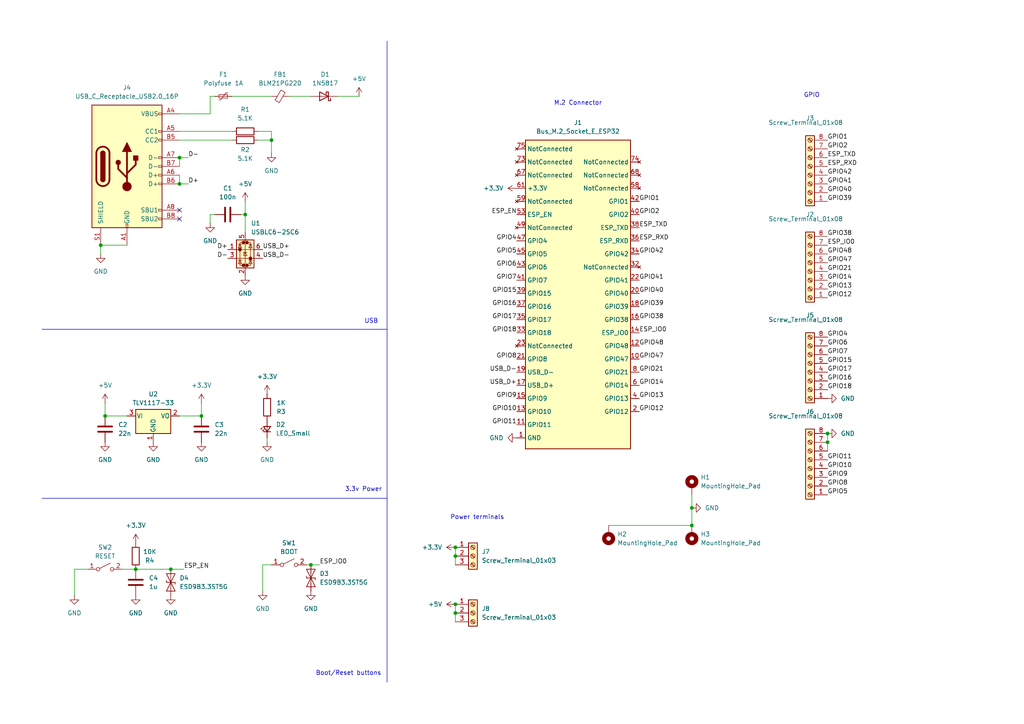
<source format=kicad_sch>
(kicad_sch (version 20250114) (generator "eeschema") (generator_version "9.0")
  (paper "A4")
  (title_block (title "ESP-32-Module-Breakout") (rev "V1") (company "Teknikens Hus"))
  (lib_symbols
    (symbol "Connector:Screw_Terminal_01x03" (pin_names (offset 1.016) (hide yes))
      (property "Reference" "J" (at 0 5.08 0))
      (property "Value" "Screw_Terminal_01x03" (at 0 -5.08 0))
      (symbol "Screw_Terminal_01x03_1_1"
        (rectangle (start -1.27 3.81) (end 1.27 -3.81) (stroke (width 0.254)) (fill (type background)))
        (polyline (pts (xy -0.5334 2.8702) (xy 0.3302 2.032)) (stroke (width 0.1524)))
        (polyline (pts (xy -0.5334 0.3302) (xy 0.3302 -0.508)) (stroke (width 0.1524)))
        (polyline (pts (xy -0.5334 -2.2098) (xy 0.3302 -3.048)) (stroke (width 0.1524)))
        (polyline (pts (xy -0.3556 3.048) (xy 0.508 2.2098)) (stroke (width 0.1524)))
        (polyline (pts (xy -0.3556 0.508) (xy 0.508 -0.3302)) (stroke (width 0.1524)))
        (polyline (pts (xy -0.3556 -2.032) (xy 0.508 -2.8702)) (stroke (width 0.1524)))
        (circle (center 0 2.54) (radius 0.635) (stroke (width 0.1524)))
        (circle (center 0 0) (radius 0.635) (stroke (width 0.1524)))
        (circle (center 0 -2.54) (radius 0.635) (stroke (width 0.1524)))
        (pin passive line (at -5.08 2.54 0) (length 3.81) (name "Pin_1") (number "1"))
        (pin passive line (at -5.08 0 0) (length 3.81) (name "Pin_2") (number "2"))
        (pin passive line (at -5.08 -2.54 0) (length 3.81) (name "Pin_3") (number "3"))
      )
    )
    (symbol "Connector:Screw_Terminal_01x08" (pin_names (offset 1.016) (hide yes))
      (property "Reference" "J" (at 0 10.16 0))
      (property "Value" "Screw_Terminal_01x08" (at 0 -12.7 0))
      (symbol "Screw_Terminal_01x08_1_1"
        (rectangle (start -1.27 8.89) (end 1.27 -11.43) (stroke (width 0.254)) (fill (type background)))
        (polyline (pts (xy -0.5334 7.9502) (xy 0.3302 7.112)) (stroke (width 0.1524)))
        (polyline (pts (xy -0.5334 5.4102) (xy 0.3302 4.572)) (stroke (width 0.1524)))
        (polyline (pts (xy -0.5334 2.8702) (xy 0.3302 2.032)) (stroke (width 0.1524)))
        (polyline (pts (xy -0.5334 0.3302) (xy 0.3302 -0.508)) (stroke (width 0.1524)))
        (polyline (pts (xy -0.5334 -2.2098) (xy 0.3302 -3.048)) (stroke (width 0.1524)))
        (polyline (pts (xy -0.5334 -4.7498) (xy 0.3302 -5.588)) (stroke (width 0.1524)))
        (polyline (pts (xy -0.5334 -7.2898) (xy 0.3302 -8.128)) (stroke (width 0.1524)))
        (polyline (pts (xy -0.5334 -9.8298) (xy 0.3302 -10.668)) (stroke (width 0.1524)))
        (polyline (pts (xy -0.3556 8.128) (xy 0.508 7.2898)) (stroke (width 0.1524)))
        (polyline (pts (xy -0.3556 5.588) (xy 0.508 4.7498)) (stroke (width 0.1524)))
        (polyline (pts (xy -0.3556 3.048) (xy 0.508 2.2098)) (stroke (width 0.1524)))
        (polyline (pts (xy -0.3556 0.508) (xy 0.508 -0.3302)) (stroke (width 0.1524)))
        (polyline (pts (xy -0.3556 -2.032) (xy 0.508 -2.8702)) (stroke (width 0.1524)))
        (polyline (pts (xy -0.3556 -4.572) (xy 0.508 -5.4102)) (stroke (width 0.1524)))
        (polyline (pts (xy -0.3556 -7.112) (xy 0.508 -7.9502)) (stroke (width 0.1524)))
        (polyline (pts (xy -0.3556 -9.652) (xy 0.508 -10.4902)) (stroke (width 0.1524)))
        (circle (center 0 7.62) (radius 0.635) (stroke (width 0.1524)))
        (circle (center 0 5.08) (radius 0.635) (stroke (width 0.1524)))
        (circle (center 0 2.54) (radius 0.635) (stroke (width 0.1524)))
        (circle (center 0 0) (radius 0.635) (stroke (width 0.1524)))
        (circle (center 0 -2.54) (radius 0.635) (stroke (width 0.1524)))
        (circle (center 0 -5.08) (radius 0.635) (stroke (width 0.1524)))
        (circle (center 0 -7.62) (radius 0.635) (stroke (width 0.1524)))
        (circle (center 0 -10.16) (radius 0.635) (stroke (width 0.1524)))
        (pin passive line (at -5.08 7.62 0) (length 3.81) (name "Pin_1") (number "1"))
        (pin passive line (at -5.08 5.08 0) (length 3.81) (name "Pin_2") (number "2"))
        (pin passive line (at -5.08 2.54 0) (length 3.81) (name "Pin_3") (number "3"))
        (pin passive line (at -5.08 0 0) (length 3.81) (name "Pin_4") (number "4"))
        (pin passive line (at -5.08 -2.54 0) (length 3.81) (name "Pin_5") (number "5"))
        (pin passive line (at -5.08 -5.08 0) (length 3.81) (name "Pin_6") (number "6"))
        (pin passive line (at -5.08 -7.62 0) (length 3.81) (name "Pin_7") (number "7"))
        (pin passive line (at -5.08 -10.16 0) (length 3.81) (name "Pin_8") (number "8"))
      )
    )
    (symbol "Connector:USB_C_Receptacle_USB2.0_16P" (pin_names (offset 1.016))
      (property "Reference" "J" (at 0 22.225 0))
      (property "Value" "USB_C_Receptacle_USB2.0_16P" (at 0 19.685 0))
      (symbol "USB_C_Receptacle_USB2.0_16P_0_0"
        (rectangle (start -0.254 -17.78) (end 0.254 -16.764))
        (rectangle (start 10.16 15.494) (end 9.144 14.986))
        (rectangle (start 10.16 10.414) (end 9.144 9.906))
        (rectangle (start 10.16 7.874) (end 9.144 7.366))
        (rectangle (start 10.16 2.794) (end 9.144 2.286))
        (rectangle (start 10.16 0.254) (end 9.144 -0.254))
        (rectangle (start 10.16 -2.286) (end 9.144 -2.794))
        (rectangle (start 10.16 -4.826) (end 9.144 -5.334))
        (rectangle (start 10.16 -12.446) (end 9.144 -12.954))
        (rectangle (start 10.16 -14.986) (end 9.144 -15.494))
      )
      (symbol "USB_C_Receptacle_USB2.0_16P_0_1"
        (rectangle (start -10.16 17.78) (end 10.16 -17.78) (stroke (width 0.254)) (fill (type background)))
        (polyline (pts (xy -8.89 -3.81) (xy -8.89 3.81)) (stroke (width 0.508)))
        (rectangle (start -7.62 -3.81) (end -6.35 3.81) (stroke (width 0.254)) (fill (type outline)))
        (arc (start -7.62 3.81) (mid -6.985 4.4423) (end -6.35 3.81) (stroke (width 0.254)))
        (arc (start -7.62 3.81) (mid -6.985 4.4423) (end -6.35 3.81) (stroke (width 0.254)) (fill (type outline)))
        (arc (start -8.89 3.81) (mid -6.985 5.7067) (end -5.08 3.81) (stroke (width 0.508)))
        (arc (start -5.08 -3.81) (mid -6.985 -5.7067) (end -8.89 -3.81) (stroke (width 0.508)))
        (arc (start -6.35 -3.81) (mid -6.985 -4.4423) (end -7.62 -3.81) (stroke (width 0.254)))
        (arc (start -6.35 -3.81) (mid -6.985 -4.4423) (end -7.62 -3.81) (stroke (width 0.254)) (fill (type outline)))
        (polyline (pts (xy -5.08 3.81) (xy -5.08 -3.81)) (stroke (width 0.508)))
        (circle (center -2.54 1.143) (radius 0.635) (stroke (width 0.254)) (fill (type outline)))
        (polyline (pts (xy -1.27 4.318) (xy 0 6.858) (xy 1.27 4.318) (xy -1.27 4.318)) (stroke (width 0.254)) (fill (type outline)))
        (polyline (pts (xy 0 -2.032) (xy 2.54 0.508) (xy 2.54 1.778)) (stroke (width 0.508)))
        (polyline (pts (xy 0 -3.302) (xy -2.54 -0.762) (xy -2.54 0.508)) (stroke (width 0.508)))
        (polyline (pts (xy 0 -5.842) (xy 0 4.318)) (stroke (width 0.508)))
        (circle (center 0 -5.842) (radius 1.27) (fill (type outline)))
        (rectangle (start 1.905 1.778) (end 3.175 3.048) (stroke (width 0.254)) (fill (type outline)))
      )
      (symbol "USB_C_Receptacle_USB2.0_16P_1_1"
        (pin passive line (at -7.62 -22.86 90) (length 5.08) (name "SHIELD") (number "S1"))
        (pin passive line (at 0 -22.86 90) (length 5.08) (name "GND") (number "A1"))
        (pin passive line (at 0 -22.86 90) (length 5.08) (hide yes) (name "GND") (number "A12"))
        (pin passive line (at 0 -22.86 90) (length 5.08) (hide yes) (name "GND") (number "B1"))
        (pin passive line (at 0 -22.86 90) (length 5.08) (hide yes) (name "GND") (number "B12"))
        (pin passive line (at 15.24 15.24 180) (length 5.08) (name "VBUS") (number "A4"))
        (pin passive line (at 15.24 15.24 180) (length 5.08) (hide yes) (name "VBUS") (number "A9"))
        (pin passive line (at 15.24 15.24 180) (length 5.08) (hide yes) (name "VBUS") (number "B4"))
        (pin passive line (at 15.24 15.24 180) (length 5.08) (hide yes) (name "VBUS") (number "B9"))
        (pin bidirectional line (at 15.24 10.16 180) (length 5.08) (name "CC1") (number "A5"))
        (pin bidirectional line (at 15.24 7.62 180) (length 5.08) (name "CC2") (number "B5"))
        (pin bidirectional line (at 15.24 2.54 180) (length 5.08) (name "D-") (number "A7"))
        (pin bidirectional line (at 15.24 0 180) (length 5.08) (name "D-") (number "B7"))
        (pin bidirectional line (at 15.24 -2.54 180) (length 5.08) (name "D+") (number "A6"))
        (pin bidirectional line (at 15.24 -5.08 180) (length 5.08) (name "D+") (number "B6"))
        (pin bidirectional line (at 15.24 -12.7 180) (length 5.08) (name "SBU1") (number "A8"))
        (pin bidirectional line (at 15.24 -15.24 180) (length 5.08) (name "SBU2") (number "B8"))
      )
    )
    (symbol "Device:C" (pin_numbers (hide yes)) (pin_names (offset 0.254))
      (property "Reference" "C" (at 0.635 2.54 0))
      (property "Value" "C" (at 0.635 -2.54 0))
      (symbol "C_0_1"
        (polyline (pts (xy -2.032 0.762) (xy 2.032 0.762)) (stroke (width 0.508)))
        (polyline (pts (xy -2.032 -0.762) (xy 2.032 -0.762)) (stroke (width 0.508)))
      )
      (symbol "C_1_1"
        (pin passive line (at 0 3.81 270) (length 2.794) (name "~") (number "1"))
        (pin passive line (at 0 -3.81 90) (length 2.794) (name "~") (number "2"))
      )
    )
    (symbol "Device:FerriteBead_Small" (pin_numbers (hide yes)) (pin_names (offset 0))
      (property "Reference" "FB" (at 1.905 1.27 0))
      (property "Value" "FerriteBead_Small" (at 1.905 -1.27 0))
      (symbol "FerriteBead_Small_0_1"
        (polyline (pts (xy -1.8288 0.2794) (xy -1.1176 1.4986) (xy 1.8288 -0.2032) (xy 1.1176 -1.4224) (xy -1.8288 0.2794)))
        (polyline (pts (xy 0 0.889) (xy 0 1.2954)))
        (polyline (pts (xy 0 -1.27) (xy 0 -0.7874)))
      )
      (symbol "FerriteBead_Small_1_1"
        (pin passive line (at 0 2.54 270) (length 1.27) (name "~") (number "1"))
        (pin passive line (at 0 -2.54 90) (length 1.27) (name "~") (number "2"))
      )
    )
    (symbol "Device:LED_Small" (pin_numbers (hide yes)) (pin_names (offset 0.254) (hide yes))
      (property "Reference" "D" (at -1.27 3.175 0))
      (property "Value" "LED_Small" (at -4.445 -2.54 0))
      (symbol "LED_Small_0_1"
        (polyline (pts (xy -0.762 -1.016) (xy -0.762 1.016)) (stroke (width 0.254)))
        (polyline (pts (xy 0 0.762) (xy -0.508 1.27) (xy -0.254 1.27) (xy -0.508 1.27) (xy -0.508 1.016)))
        (polyline (pts (xy 0.508 1.27) (xy 0 1.778) (xy 0.254 1.778) (xy 0 1.778) (xy 0 1.524)))
        (polyline (pts (xy 0.762 -1.016) (xy -0.762 0) (xy 0.762 1.016) (xy 0.762 -1.016)) (stroke (width 0.254)))
        (polyline (pts (xy 1.016 0) (xy -0.762 0)))
      )
      (symbol "LED_Small_1_1"
        (pin passive line (at -2.54 0 0) (length 1.778) (name "K") (number "1"))
        (pin passive line (at 2.54 0 180) (length 1.778) (name "A") (number "2"))
      )
    )
    (symbol "Device:Polyfuse_Small" (pin_numbers (hide yes)) (pin_names (offset 0))
      (property "Reference" "F" (at -1.905 0 90))
      (property "Value" "Polyfuse_Small" (at 1.905 0 90))
      (symbol "Polyfuse_Small_0_1"
        (polyline (pts (xy -1.016 1.27) (xy -1.016 0.762) (xy 1.016 -0.762) (xy 1.016 -1.27)))
        (rectangle (start -0.508 1.27) (end 0.508 -1.27))
        (polyline (pts (xy 0 2.54) (xy 0 -2.54)))
      )
      (symbol "Polyfuse_Small_1_1"
        (pin passive line (at 0 2.54 270) (length 0.635) (name "~") (number "1"))
        (pin passive line (at 0 -2.54 90) (length 0.635) (name "~") (number "2"))
      )
    )
    (symbol "Device:R" (pin_numbers (hide yes)) (pin_names (offset 0))
      (property "Reference" "R" (at 2.032 0 90))
      (property "Value" "R" (at 0 0 90))
      (symbol "R_0_1"
        (rectangle (start -1.016 -2.54) (end 1.016 2.54) (stroke (width 0.254)))
      )
      (symbol "R_1_1"
        (pin passive line (at 0 3.81 270) (length 1.27) (name "~") (number "1"))
        (pin passive line (at 0 -3.81 90) (length 1.27) (name "~") (number "2"))
      )
    )
    (symbol "Diode:1N5817" (pin_numbers (hide yes)) (pin_names (offset 1.016) (hide yes))
      (property "Reference" "D" (at 0 2.54 0))
      (property "Value" "1N5817" (at 0 -2.54 0))
      (symbol "1N5817_0_1"
        (polyline (pts (xy -1.905 0.635) (xy -1.905 1.27) (xy -1.27 1.27) (xy -1.27 -1.27) (xy -0.635 -1.27) (xy -0.635 -0.635)) (stroke (width 0.254)))
        (polyline (pts (xy 1.27 1.27) (xy 1.27 -1.27) (xy -1.27 0) (xy 1.27 1.27)) (stroke (width 0.254)))
        (polyline (pts (xy 1.27 0) (xy -1.27 0)))
      )
      (symbol "1N5817_1_1"
        (pin passive line (at -3.81 0 0) (length 2.54) (name "K") (number "1"))
        (pin passive line (at 3.81 0 180) (length 2.54) (name "A") (number "2"))
      )
    )
    (symbol "Diode:ESD9B3.3ST5G" (pin_numbers (hide yes)) (pin_names (offset 1.016) (hide yes))
      (property "Reference" "D" (at 0 2.54 0))
      (property "Value" "ESD9B3.3ST5G" (at 0 -2.54 0))
      (symbol "ESD9B3.3ST5G_0_1"
        (polyline (pts (xy -2.54 -1.27) (xy 0 0) (xy -2.54 1.27) (xy -2.54 -1.27)) (stroke (width 0.2032)))
        (polyline (pts (xy 0.508 1.27) (xy 0 1.27) (xy 0 -1.27) (xy -0.508 -1.27)) (stroke (width 0.2032)))
        (polyline (pts (xy 1.27 0) (xy -1.27 0)))
        (polyline (pts (xy 2.54 1.27) (xy 2.54 -1.27) (xy 0 0) (xy 2.54 1.27)) (stroke (width 0.2032)))
      )
      (symbol "ESD9B3.3ST5G_1_1"
        (pin passive line (at -3.81 0 0) (length 2.54) (name "A1") (number "1"))
        (pin passive line (at 3.81 0 180) (length 2.54) (name "A2") (number "2"))
      )
    )
    (symbol "ESP32 D1-Mini:Bus_M.2_Socket_E_ESP32"
      (property "Reference" "J" (at -4.318 53.34 0))
      (property "Value" "Bus_M.2_Socket_E_ESP32" (at -4.064 74.168 0))
      (symbol "Bus_M.2_Socket_E_ESP32_0_1"
        (rectangle (start -19.05 71.12) (end 11.43 -18.415) (stroke (width 0.254)) (fill (type background)))
      )
      (symbol "Bus_M.2_Socket_E_ESP32_1_1"
        (pin no_connect line (at -21.59 68.58 0) (length 2.54) (name "NotConnected") (number "75"))
        (pin no_connect line (at -21.59 64.77 0) (length 2.54) (name "NotConnected") (number "73"))
        (pin no_connect line (at -21.59 60.96 0) (length 2.54) (name "NotConnected") (number "67"))
        (pin power_out line (at -21.59 57.15 0) (length 2.54) (hide yes) (name "+3.3V") (number "60"))
        (pin power_out line (at -21.59 57.15 0) (length 2.54) (name "+3.3V") (number "61"))
        (pin power_out line (at -21.59 57.15 0) (length 2.54) (hide yes) (name "+3.3V") (number "62"))
        (pin power_out line (at -21.59 57.15 0) (length 2.54) (hide yes) (name "+3.3V") (number "63"))
        (pin power_out line (at -21.59 57.15 0) (length 2.54) (hide yes) (name "+3.3V") (number "64"))
        (pin power_out line (at -21.59 57.15 0) (length 2.54) (hide yes) (name "+3.3V") (number "65"))
        (pin power_out line (at -21.59 57.15 0) (length 2.54) (hide yes) (name "+3.3V") (number "66"))
        (pin no_connect line (at -21.59 53.34 0) (length 2.54) (name "NotConnected") (number "59"))
        (pin bidirectional line (at -21.59 49.53 0) (length 2.54) (hide yes) (name "ESP_EN") (number "51"))
        (pin bidirectional line (at -21.59 49.53 0) (length 2.54) (name "ESP_EN") (number "53"))
        (pin no_connect line (at -21.59 45.72 0) (length 2.54) (name "NotConnected") (number "49"))
        (pin bidirectional line (at -21.59 41.91 0) (length 2.54) (name "GPIO4") (number "47"))
        (pin bidirectional line (at -21.59 38.1 0) (length 2.54) (name "GPIO5") (number "45"))
        (pin bidirectional line (at -21.59 34.29 0) (length 2.54) (name "GPIO6") (number "43"))
        (pin bidirectional line (at -21.59 30.48 0) (length 2.54) (name "GPIO7") (number "41"))
        (pin bidirectional line (at -21.59 26.67 0) (length 2.54) (name "GPIO15") (number "39"))
        (pin bidirectional line (at -21.59 22.86 0) (length 2.54) (name "GPIO16") (number "37"))
        (pin bidirectional line (at -21.59 19.05 0) (length 2.54) (name "GPIO17") (number "35"))
        (pin bidirectional line (at -21.59 15.24 0) (length 2.54) (name "GPIO18") (number "33"))
        (pin no_connect line (at -21.59 11.43 0) (length 2.54) (name "NotConnected") (number "23"))
        (pin bidirectional line (at -21.59 7.62 0) (length 2.54) (name "GPIO8") (number "21"))
        (pin bidirectional line (at -21.59 3.81 0) (length 2.54) (name "USB_D-") (number "19"))
        (pin bidirectional line (at -21.59 0 0) (length 2.54) (name "USB_D+") (number "17"))
        (pin bidirectional line (at -21.59 -3.81 0) (length 2.54) (name "GPIO9") (number "15"))
        (pin bidirectional line (at -21.59 -7.62 0) (length 2.54) (name "GPIO10") (number "13"))
        (pin bidirectional line (at -21.59 -11.43 0) (length 2.54) (name "GPIO11") (number "11"))
        (pin power_out line (at -21.59 -15.24 0) (length 2.54) (name "GND") (number "1"))
        (pin power_out line (at -21.59 -15.24 0) (length 2.54) (hide yes) (name "GND") (number "3"))
        (pin power_out line (at -21.59 -15.24 0) (length 2.54) (hide yes) (name "GND") (number "44"))
        (pin power_out line (at -21.59 -15.24 0) (length 2.54) (hide yes) (name "GND") (number "46"))
        (pin power_out line (at -21.59 -15.24 0) (length 2.54) (hide yes) (name "GND") (number "48"))
        (pin power_out line (at -21.59 -15.24 0) (length 2.54) (hide yes) (name "GND") (number "5"))
        (pin power_out line (at -21.59 -15.24 0) (length 2.54) (hide yes) (name "GND") (number "50"))
        (pin power_out line (at -21.59 -15.24 0) (length 2.54) (hide yes) (name "GND") (number "52"))
        (pin power_out line (at -21.59 -15.24 0) (length 2.54) (hide yes) (name "GND") (number "54"))
        (pin power_out line (at -21.59 -15.24 0) (length 2.54) (hide yes) (name "GND") (number "55"))
        (pin power_out line (at -21.59 -15.24 0) (length 2.54) (hide yes) (name "GND") (number "56"))
        (pin power_out line (at -21.59 -15.24 0) (length 2.54) (hide yes) (name "GND") (number "57"))
        (pin power_out line (at -21.59 -15.24 0) (length 2.54) (hide yes) (name "GND") (number "69"))
        (pin power_out line (at -21.59 -15.24 0) (length 2.54) (hide yes) (name "GND") (number "7"))
        (pin power_out line (at -21.59 -15.24 0) (length 2.54) (hide yes) (name "GND") (number "70"))
        (pin power_out line (at -21.59 -15.24 0) (length 2.54) (hide yes) (name "GND") (number "71"))
        (pin power_out line (at -21.59 -15.24 0) (length 2.54) (hide yes) (name "GND") (number "72"))
        (pin power_out line (at -21.59 -15.24 0) (length 2.54) (hide yes) (name "GND") (number "76"))
        (pin power_out line (at -21.59 -15.24 0) (length 2.54) (hide yes) (name "GND") (number "9"))
        (pin no_connect line (at 13.97 64.77 180) (length 2.54) (name "NotConnected") (number "74"))
        (pin no_connect line (at 13.97 60.96 180) (length 2.54) (name "NotConnected") (number "68"))
        (pin no_connect line (at 13.97 57.15 180) (length 2.54) (name "NotConnected") (number "58"))
        (pin bidirectional line (at 13.97 53.34 180) (length 2.54) (name "GPIO1") (number "42"))
        (pin bidirectional line (at 13.97 49.53 180) (length 2.54) (name "GPIO2") (number "40"))
        (pin output line (at 13.97 45.72 180) (length 2.54) (name "ESP_TXD") (number "38"))
        (pin input line (at 13.97 41.91 180) (length 2.54) (name "ESP_RXD") (number "36"))
        (pin bidirectional line (at 13.97 38.1 180) (length 2.54) (name "GPIO42") (number "34"))
        (pin no_connect line (at 13.97 34.29 180) (length 2.54) (name "NotConnected") (number "32"))
        (pin bidirectional line (at 13.97 30.48 180) (length 2.54) (name "GPIO41") (number "22"))
        (pin bidirectional line (at 13.97 26.67 180) (length 2.54) (name "GPIO40") (number "20"))
        (pin bidirectional line (at 13.97 22.86 180) (length 2.54) (name "GPIO39") (number "18"))
        (pin bidirectional line (at 13.97 19.05 180) (length 2.54) (name "GPIO38") (number "16"))
        (pin bidirectional line (at 13.97 15.24 180) (length 2.54) (name "ESP_IO0") (number "14"))
        (pin bidirectional line (at 13.97 11.43 180) (length 2.54) (name "GPIO48") (number "12"))
        (pin bidirectional line (at 13.97 7.62 180) (length 2.54) (name "GPIO47") (number "10"))
        (pin bidirectional line (at 13.97 3.81 180) (length 2.54) (name "GPIO21") (number "8"))
        (pin bidirectional line (at 13.97 0 180) (length 2.54) (name "GPIO14") (number "6"))
        (pin bidirectional line (at 13.97 -3.81 180) (length 2.54) (name "GPIO13") (number "4"))
        (pin bidirectional line (at 13.97 -7.62 180) (length 2.54) (name "GPIO12") (number "2"))
      )
    )
    (symbol "Mechanical:MountingHole_Pad" (pin_numbers (hide yes)) (pin_names (offset 1.016) (hide yes)) (in_bom no)
      (property "Reference" "H" (at 0 6.35 0))
      (property "Value" "MountingHole_Pad" (at 0 4.445 0))
      (symbol "MountingHole_Pad_0_1"
        (circle (center 0 1.27) (radius 1.27) (stroke (width 1.27)))
      )
      (symbol "MountingHole_Pad_1_1"
        (pin input line (at 0 -2.54 90) (length 2.54) (name "1") (number "1"))
      )
    )
    (symbol "Power_Protection:USBLC6-2SC6" (pin_names (hide yes))
      (property "Reference" "U" (at 0.635 5.715 0))
      (property "Value" "USBLC6-2SC6" (at 0.635 3.81 0))
      (symbol "USBLC6-2SC6_0_0"
        (circle (center -1.524 0) (radius 0.0001) (stroke (width 0.508)))
        (circle (center -0.508 2.032) (radius 0.0001) (stroke (width 0.508)))
        (circle (center -0.508 -4.572) (radius 0.0001) (stroke (width 0.508)))
        (circle (center 0.508 2.032) (radius 0.0001) (stroke (width 0.508)))
        (circle (center 0.508 -4.572) (radius 0.0001) (stroke (width 0.508)))
        (circle (center 1.524 -2.54) (radius 0.0001) (stroke (width 0.508)))
      )
      (symbol "USBLC6-2SC6_0_1"
        (polyline (pts (xy -2.54 0) (xy 2.54 0)))
        (polyline (pts (xy -2.54 -2.54) (xy 2.54 -2.54)))
        (polyline (pts (xy -2.032 0.508) (xy -1.016 0.508) (xy -1.524 1.524) (xy -2.032 0.508)))
        (polyline (pts (xy -2.032 -3.048) (xy -1.016 -3.048)))
        (polyline (pts (xy -1.016 1.524) (xy -2.032 1.524)))
        (polyline (pts (xy -1.016 -4.064) (xy -2.032 -4.064) (xy -1.524 -3.048) (xy -1.016 -4.064)))
        (polyline (pts (xy -0.508 -1.143) (xy -0.508 -0.762) (xy 0.508 -0.762)))
        (polyline (pts (xy 0 2.54) (xy -0.508 2.032) (xy 0.508 2.032) (xy 0 1.524) (xy 0 -4.064) (xy -0.508 -4.572) (xy 0.508 -4.572) (xy 0 -5.08)))
        (polyline (pts (xy 0.508 -1.778) (xy -0.508 -1.778) (xy 0 -0.762) (xy 0.508 -1.778)))
        (polyline (pts (xy 1.016 1.524) (xy 2.032 1.524)))
        (polyline (pts (xy 1.016 -3.048) (xy 2.032 -3.048)))
        (polyline (pts (xy 2.032 0.508) (xy 1.016 0.508) (xy 1.524 1.524) (xy 2.032 0.508)))
        (polyline (pts (xy 2.032 -4.064) (xy 1.016 -4.064) (xy 1.524 -3.048) (xy 2.032 -4.064)))
      )
      (symbol "USBLC6-2SC6_1_1"
        (rectangle (start -2.54 2.794) (end 2.54 -5.334) (stroke (width 0.254)) (fill (type background)))
        (polyline (pts (xy -0.508 2.032) (xy -1.524 2.032) (xy -1.524 -4.572) (xy -0.508 -4.572)))
        (polyline (pts (xy 0.508 -4.572) (xy 1.524 -4.572) (xy 1.524 2.032) (xy 0.508 2.032)))
        (pin passive line (at -5.08 0 0) (length 2.54) (name "I/O1") (number "1"))
        (pin passive line (at -5.08 -2.54 0) (length 2.54) (name "I/O2") (number "3"))
        (pin passive line (at 0 5.08 270) (length 2.54) (name "VBUS") (number "5"))
        (pin passive line (at 0 -7.62 90) (length 2.54) (name "GND") (number "2"))
        (pin passive line (at 5.08 0 180) (length 2.54) (name "I/O1") (number "6"))
        (pin passive line (at 5.08 -2.54 180) (length 2.54) (name "I/O2") (number "4"))
      )
    )
    (symbol "Regulator_Linear:TLV1117-33" (pin_names (offset 0.254))
      (property "Reference" "U" (at -3.81 3.175 0))
      (property "Value" "TLV1117-33" (at 0 3.175 0))
      (symbol "TLV1117-33_0_1"
        (rectangle (start -5.08 -5.08) (end 5.08 1.905) (stroke (width 0.254)) (fill (type background)))
      )
      (symbol "TLV1117-33_1_1"
        (pin power_in line (at -7.62 0 0) (length 2.54) (name "VI") (number "3"))
        (pin power_in line (at 0 -7.62 90) (length 2.54) (name "GND") (number "1"))
        (pin power_out line (at 7.62 0 180) (length 2.54) (name "VO") (number "2"))
      )
    )
    (symbol "Switch:SW_SPST" (pin_names (offset 0) (hide yes))
      (property "Reference" "SW" (at 0 3.175 0))
      (property "Value" "SW_SPST" (at 0 -2.54 0))
      (symbol "SW_SPST_0_0"
        (circle (center -2.032 0) (radius 0.508))
        (polyline (pts (xy -1.524 0.254) (xy 1.524 1.778)))
        (circle (center 2.032 0) (radius 0.508))
      )
      (symbol "SW_SPST_1_1"
        (pin passive line (at -5.08 0 0) (length 2.54) (name "A") (number "1"))
        (pin passive line (at 5.08 0 180) (length 2.54) (name "B") (number "2"))
      )
    )
    (symbol "power:+3.3V" (power) (pin_numbers (hide yes)) (pin_names (offset 0) (hide yes))
      (property "Value" "+3.3V" (at 0 3.556 0))
      (symbol "+3.3V_0_1"
        (polyline (pts (xy -0.762 1.27) (xy 0 2.54)))
        (polyline (pts (xy 0 2.54) (xy 0.762 1.27)))
        (polyline (pts (xy 0 0) (xy 0 2.54)))
      )
      (symbol "+3.3V_1_1"
        (pin power_in line (at 0 0 90) (length 0) (name "~") (number "1"))
      )
    )
    (symbol "power:+5V" (power) (pin_numbers (hide yes)) (pin_names (offset 0) (hide yes))
      (property "Value" "+5V" (at 0 3.556 0))
      (symbol "+5V_0_1"
        (polyline (pts (xy -0.762 1.27) (xy 0 2.54)))
        (polyline (pts (xy 0 2.54) (xy 0.762 1.27)))
        (polyline (pts (xy 0 0) (xy 0 2.54)))
      )
      (symbol "+5V_1_1"
        (pin power_in line (at 0 0 90) (length 0) (name "~") (number "1"))
      )
    )
    (symbol "power:GND" (power) (pin_numbers (hide yes)) (pin_names (offset 0) (hide yes))
      (property "Value" "GND" (at 0 -3.81 0))
      (symbol "GND_0_1"
        (polyline (pts (xy 0 0) (xy 0 -1.27) (xy 1.27 -1.27) (xy 0 -2.54) (xy -1.27 -1.27) (xy 0 -1.27)))
      )
      (symbol "GND_1_1"
        (pin power_in line (at 0 0 270) (length 0) (name "~") (number "1"))
      )
    )
  )
  (text "GPIO" (at 235.458 27.686 0) (effects (font (size 1.27 1.27))))
  (text "3.3v Power\n" (at 105.41 141.986 0) (effects (font (size 1.27 1.27))))
  (text "M.2 Connector\n" (at 167.64 29.972 0) (effects (font (size 1.27 1.27))))
  (text "Power terminals\n" (at 138.43 150.114 0) (effects (font (size 1.27 1.27))))
  (text "Boot/Reset buttons" (at 101.092 195.326 0) (effects (font (size 1.27 1.27))))
  (text "USB" (at 107.696 93.218 0) (effects (font (size 1.27 1.27))))
  (junction (at 30.48 120.65))
  (junction (at 78.74 40.64))
  (junction (at 240.03 128.27))
  (junction (at 90.17 163.83))
  (junction (at 240.03 125.73))
  (junction (at 39.37 165.1))
  (junction (at 132.08 158.75))
  (junction (at 200.66 152.4))
  (junction (at 200.66 147.32))
  (junction (at 29.21 71.12))
  (junction (at 132.08 175.26))
  (junction (at 52.07 53.34))
  (junction (at 49.53 165.1))
  (junction (at 58.42 120.65))
  (junction (at 132.08 161.29))
  (junction (at 71.12 62.23))
  (junction (at 132.08 177.8))
  (junction (at 52.07 45.72))
  (no_connect (at 52.07 63.5))
  (no_connect (at 52.07 60.96))
  (wire (pts (xy 52.07 45.72) (xy 52.07 48.26)))
  (wire (pts (xy 62.23 62.23) (xy 60.96 62.23)))
  (wire (pts (xy 60.96 27.94) (xy 62.23 27.94)))
  (wire (pts (xy 58.42 116.84) (xy 58.42 120.65)))
  (wire (pts (xy 77.47 128.27) (xy 77.47 127)))
  (wire (pts (xy 71.12 62.23) (xy 71.12 67.31)))
  (wire (pts (xy 176.53 152.4) (xy 200.66 152.4)))
  (wire (pts (xy 78.74 38.1) (xy 78.74 40.64)))
  (wire (pts (xy 200.66 147.32) (xy 200.66 152.4)))
  (wire (pts (xy 71.12 58.42) (xy 71.12 62.23)))
  (wire (pts (xy 52.07 120.65) (xy 58.42 120.65)))
  (wire (pts (xy 97.79 27.94) (xy 104.14 27.94)))
  (wire (pts (xy 69.85 62.23) (xy 71.12 62.23)))
  (wire (pts (xy 240.03 128.27) (xy 240.03 130.81)))
  (wire (pts (xy 52.07 38.1) (xy 67.31 38.1)))
  (wire (pts (xy 29.21 71.12) (xy 36.83 71.12)))
  (wire (pts (xy 21.59 165.1) (xy 21.59 172.72)))
  (polyline (pts (xy 12.192 144.526) (xy 112.268 144.526)))
  (polyline (pts (xy 12.192 95.504) (xy 112.268 95.504)))
  (wire (pts (xy 74.93 38.1) (xy 78.74 38.1)))
  (wire (pts (xy 60.96 27.94) (xy 60.96 33.02)))
  (wire (pts (xy 29.21 71.12) (xy 29.21 73.66)))
  (wire (pts (xy 132.08 175.26) (xy 132.08 177.8)))
  (polyline (pts (xy 112.268 144.526) (xy 112.268 197.866)))
  (wire (pts (xy 78.74 40.64) (xy 78.74 44.45)))
  (wire (pts (xy 49.53 165.1) (xy 53.34 165.1)))
  (wire (pts (xy 200.66 143.51) (xy 200.66 147.32)))
  (wire (pts (xy 52.07 50.8) (xy 52.07 53.34)))
  (wire (pts (xy 240.03 125.73) (xy 240.03 128.27)))
  (wire (pts (xy 52.07 45.72) (xy 54.61 45.72)))
  (wire (pts (xy 25.4 165.1) (xy 21.59 165.1)))
  (polyline (pts (xy 112.268 95.504) (xy 112.268 144.526)))
  (wire (pts (xy 74.93 40.64) (xy 78.74 40.64)))
  (wire (pts (xy 67.31 27.94) (xy 78.74 27.94)))
  (wire (pts (xy 52.07 53.34) (xy 54.61 53.34)))
  (wire (pts (xy 76.2 163.83) (xy 76.2 171.45)))
  (wire (pts (xy 132.08 177.8) (xy 132.08 180.34)))
  (wire (pts (xy 78.74 163.83) (xy 76.2 163.83)))
  (wire (pts (xy 60.96 62.23) (xy 60.96 64.77)))
  (wire (pts (xy 60.96 33.02) (xy 52.07 33.02)))
  (wire (pts (xy 52.07 40.64) (xy 67.31 40.64)))
  (polyline (pts (xy 112.268 11.938) (xy 112.268 95.504)))
  (wire (pts (xy 132.08 158.75) (xy 132.08 161.29)))
  (wire (pts (xy 30.48 120.65) (xy 36.83 120.65)))
  (wire (pts (xy 30.48 116.84) (xy 30.48 120.65)))
  (wire (pts (xy 92.71 163.83) (xy 90.17 163.83)))
  (wire (pts (xy 90.17 163.83) (xy 88.9 163.83)))
  (wire (pts (xy 35.56 165.1) (xy 39.37 165.1)))
  (wire (pts (xy 39.37 165.1) (xy 49.53 165.1)))
  (wire (pts (xy 83.82 27.94) (xy 90.17 27.94)))
  (wire (pts (xy 132.08 161.29) (xy 132.08 163.83)))
  (label "ESP_IO0" (at 92.71 163.83 0))
  (label "GPIO41" (at 185.42 81.28 0))
  (label "GPIO8" (at 149.86 104.14 180))
  (label "GPIO9" (at 149.86 115.57 180))
  (label "GPIO47" (at 240.03 76.2 0))
  (label "GPIO2" (at 240.03 43.18 0))
  (label "GPIO5" (at 149.86 73.66 180))
  (label "GPIO13" (at 240.03 83.82 0))
  (label "ESP_EN" (at 149.86 62.23 180))
  (label "GPIO7" (at 149.86 81.28 180))
  (label "GPIO9" (at 240.03 138.43 0))
  (label "GPIO41" (at 240.03 53.34 0))
  (label "GPIO12" (at 240.03 86.36 0))
  (label "GPIO4" (at 240.03 97.79 0))
  (label "GPIO1" (at 185.42 58.42 0))
  (label "GPIO15" (at 149.86 85.09 180))
  (label "GPIO5" (at 240.03 143.51 0))
  (label "GPIO4" (at 149.86 69.85 180))
  (label "GPIO42" (at 240.03 50.8 0))
  (label "GPIO15" (at 240.03 105.41 0))
  (label "ESP_TXD" (at 185.42 66.04 0))
  (label "GPIO39" (at 185.42 88.9 0))
  (label "GPIO21" (at 240.03 78.74 0))
  (label "GPIO13" (at 185.42 115.57 0))
  (label "USB_D-" (at 149.86 107.95 180))
  (label "GPIO17" (at 240.03 107.95 0))
  (label "ESP_RXD" (at 185.42 69.85 0))
  (label "ESP_EN" (at 53.34 165.1 0))
  (label "ESP_RXD" (at 240.03 48.26 0))
  (label "GPIO18" (at 240.03 113.03 0))
  (label "D+" (at 54.61 53.34 0))
  (label "GPIO6" (at 149.86 77.47 180))
  (label "GPIO38" (at 240.03 68.58 0))
  (label "ESP_TXD" (at 240.03 45.72 0))
  (label "GPIO6" (at 240.03 100.33 0))
  (label "GPIO2" (at 185.42 62.23 0))
  (label "ESP_IO0" (at 240.03 71.12 0))
  (label "GPIO8" (at 240.03 140.97 0))
  (label "D+" (at 66.04 72.39 180))
  (label "GPIO12" (at 185.42 119.38 0))
  (label "GPIO40" (at 240.03 55.88 0))
  (label "D-" (at 54.61 45.72 0))
  (label "GPIO10" (at 149.86 119.38 180))
  (label "GPIO7" (at 240.03 102.87 0))
  (label "GPIO17" (at 149.86 92.71 180))
  (label "GPIO11" (at 240.03 133.35 0))
  (label "GPIO14" (at 185.42 111.76 0))
  (label "GPIO10" (at 240.03 135.89 0))
  (label "GPIO11" (at 149.86 123.19 180))
  (label "ESP_IO0" (at 185.42 96.52 0))
  (label "USB_D+" (at 76.2 72.39 0))
  (label "GPIO18" (at 149.86 96.52 180))
  (label "GPIO47" (at 185.42 104.14 0))
  (label "D-" (at 66.04 74.93 180))
  (label "GPIO42" (at 185.42 73.66 0))
  (label "USB_D-" (at 76.2 74.93 0))
  (label "GPIO21" (at 185.42 107.95 0))
  (label "GPIO14" (at 240.03 81.28 0))
  (label "GPIO48" (at 240.03 73.66 0))
  (label "USB_D+" (at 149.86 111.76 180))
  (label "GPIO40" (at 185.42 85.09 0))
  (label "GPIO39" (at 240.03 58.42 0))
  (label "GPIO48" (at 185.42 100.33 0))
  (label "GPIO1" (at 240.03 40.64 0))
  (label "GPIO38" (at 185.42 92.71 0))
  (label "GPIO16" (at 149.86 88.9 180))
  (label "GPIO16" (at 240.03 110.49 0))
  (symbol (lib_id "Connector:Screw_Terminal_01x08") (at 234.95 50.8 180) (unit 1)
    (property "Reference" "J3" (at 234.95 34.29 0))
    (property "Value" "Screw_Terminal_01x08" (at 233.68 35.56 0))
    (property "Footprint" "TerminalBlock:TerminalBlock_Xinya_XY308-2.54-8P_1x08_P2.54mm_Horizontal" (effects (hide yes)))
    (property "Description" "Generic screw terminal, single row, 01x08, script generated (kicad-library-utils/schlib/autogen/connector/)" (effects (hide yes)))
  )
  (symbol (lib_id "Regulator_Linear:TLV1117-33") (at 44.45 120.65 0) (unit 1)
    (property "Reference" "U2" (at 44.45 114.3 0))
    (property "Value" "TLV1117-33" (at 44.45 116.84 0))
    (property "Footprint" "Package_TO_SOT_SMD:SOT-223" (effects (hide yes)))
    (property "Datasheet" "http://www.ti.com/lit/ds/symlink/tlv1117.pdf" (effects (hide yes)))
    (property "Description" "800mA Low-Dropout Linear Regulator, 3.3V fixed output, TO-220/TO-252/TO-263/SOT-223" (effects (hide yes)))
  )
  (symbol (lib_id "Connector:Screw_Terminal_01x08") (at 234.95 78.74 180) (unit 1)
    (property "Reference" "J2" (at 234.95 62.23 0))
    (property "Value" "Screw_Terminal_01x08" (at 233.68 63.5 0))
    (property "Footprint" "TerminalBlock:TerminalBlock_Xinya_XY308-2.54-8P_1x08_P2.54mm_Horizontal" (effects (hide yes)))
    (property "Description" "Generic screw terminal, single row, 01x08, script generated (kicad-library-utils/schlib/autogen/connector/)" (effects (hide yes)))
  )
  (symbol (lib_id "power:GND") (at 71.12 80.01 0) (unit 1)
    (property "Reference" "#PWR06" (effects (hide yes)))
    (property "Value" "GND" (at 71.12 85.09 0))
    (property "Description" "Power symbol creates a global label with name \"GND\" , ground" (effects (hide yes)))
  )
  (symbol (lib_id "Mechanical:MountingHole_Pad") (at 200.66 140.97 0) (unit 1) (in_bom no)
    (property "Reference" "H1" (at 203.2 138.4299 0) (effects (justify left)))
    (property "Value" "MountingHole_Pad" (at 203.2 140.9699 0) (effects (justify left)))
    (property "Footprint" "MountingHole:MountingHole_3.2mm_M3_Pad_TopBottom" (effects (hide yes)))
    (property "Description" "Mounting Hole with connection" (effects (hide yes)))
  )
  (symbol (lib_id "power:+3.3V") (at 39.37 157.48 0) (unit 1)
    (property "Reference" "#PWR018" (effects (hide yes)))
    (property "Value" "+3.3V" (at 39.37 152.4 0))
    (property "Description" "Power symbol creates a global label with name \"+3.3V\"" (effects (hide yes)))
  )
  (symbol (lib_id "Device:C") (at 58.42 124.46 0) (unit 1)
    (property "Reference" "C3" (at 62.23 123.1899 0) (effects (justify left)))
    (property "Value" "22n" (at 62.23 125.7299 0) (effects (justify left)))
    (property "Footprint" "Capacitor_SMD:C_0805_2012Metric_Pad1.18x1.45mm_HandSolder" (effects (hide yes)))
    (property "Description" "Unpolarized capacitor" (effects (hide yes)))
  )
  (symbol (lib_id "power:GND") (at 240.03 115.57 90) (unit 1)
    (property "Reference" "#PWR025" (effects (hide yes)))
    (property "Value" "GND" (at 243.84 115.5699 90) (effects (justify right)))
    (property "Description" "Power symbol creates a global label with name \"GND\" , ground" (effects (hide yes)))
  )
  (symbol (lib_id "Connector:Screw_Terminal_01x03") (at 137.16 177.8 0) (unit 1)
    (property "Reference" "J8" (at 139.7 176.5299 0) (effects (justify left)))
    (property "Value" "Screw_Terminal_01x03" (at 139.7 179.0699 0) (effects (justify left)))
    (property "Footprint" "TerminalBlock:TerminalBlock_MaiXu_MX126-5.0-03P_1x03_P5.00mm" (effects (hide yes)))
    (property "Description" "Generic screw terminal, single row, 01x03, script generated (kicad-library-utils/schlib/autogen/connector/)" (effects (hide yes)))
  )
  (symbol (lib_id "Device:R") (at 39.37 161.29 180) (unit 1)
    (property "Reference" "R4" (at 43.434 162.56 0))
    (property "Value" "10K" (at 43.434 160.02 0))
    (property "Footprint" "Resistor_SMD:R_0805_2012Metric_Pad1.20x1.40mm_HandSolder" (effects (hide yes)))
    (property "Description" "Resistor" (effects (hide yes)))
  )
  (symbol (lib_id "Switch:SW_SPST") (at 83.82 163.83 0) (unit 1)
    (property "Reference" "SW1" (at 83.82 157.48 0))
    (property "Value" "BOOT" (at 83.82 160.02 0))
    (property "Footprint" "Button_Switch_THT:SW_PUSH_6mm_H4.3mm" (effects (hide yes)))
    (property "Description" "Single Pole Single Throw (SPST) switch" (effects (hide yes)))
  )
  (symbol (lib_id "Device:C") (at 39.37 168.91 0) (unit 1)
    (property "Reference" "C4" (at 43.18 167.6399 0) (effects (justify left)))
    (property "Value" "1u" (at 43.18 170.1799 0) (effects (justify left)))
    (property "Footprint" "Capacitor_SMD:C_0805_2012Metric_Pad1.18x1.45mm_HandSolder" (effects (hide yes)))
    (property "Description" "Unpolarized capacitor" (effects (hide yes)))
  )
  (symbol (lib_id "Connector:Screw_Terminal_01x08") (at 234.95 135.89 180) (unit 1)
    (property "Reference" "J6" (at 234.95 119.38 0))
    (property "Value" "Screw_Terminal_01x08" (at 233.68 120.65 0))
    (property "Footprint" "TerminalBlock:TerminalBlock_Xinya_XY308-2.54-8P_1x08_P2.54mm_Horizontal" (effects (hide yes)))
    (property "Description" "Generic screw terminal, single row, 01x08, script generated (kicad-library-utils/schlib/autogen/connector/)" (effects (hide yes)))
  )
  (symbol (lib_id "Device:FerriteBead_Small") (at 81.28 27.94 90) (unit 1)
    (property "Reference" "FB1" (at 81.2419 21.59 90))
    (property "Value" "BLM21PG220" (at 81.2419 24.13 90))
    (property "Footprint" "Inductor_SMD:L_0805_2012Metric_Pad1.15x1.40mm_HandSolder" (effects (hide yes)))
    (property "Description" "Ferrite bead, small symbol" (effects (hide yes)))
  )
  (symbol (lib_id "power:GND") (at 39.37 172.72 0) (unit 1)
    (property "Reference" "#PWR019" (effects (hide yes)))
    (property "Value" "GND" (at 39.37 177.8 0))
    (property "Description" "Power symbol creates a global label with name \"GND\" , ground" (effects (hide yes)))
  )
  (symbol (lib_id "Connector:USB_C_Receptacle_USB2.0_16P") (at 36.83 48.26 0) (unit 1)
    (property "Reference" "J4" (at 36.83 25.4 0))
    (property "Value" "USB_C_Receptacle_USB2.0_16P" (at 36.83 27.94 0))
    (property "Footprint" "Connector_USB:USB_C_Receptacle_GCT_USB4085" (effects (hide yes)))
    (property "Datasheet" "https://www.usb.org/sites/default/files/documents/usb_type-c.zip" (effects (hide yes)))
    (property "Description" "USB 2.0-only 16P Type-C Receptacle connector" (effects (hide yes)))
  )
  (symbol (lib_id "power:GND") (at 58.42 128.27 0) (unit 1)
    (property "Reference" "#PWR09" (effects (hide yes)))
    (property "Value" "GND" (at 58.42 133.35 0))
    (property "Description" "Power symbol creates a global label with name \"GND\" , ground" (effects (hide yes)))
  )
  (symbol (lib_id "Diode:ESD9B3.3ST5G") (at 49.53 168.91 90) (unit 1)
    (property "Reference" "D4" (at 52.07 167.6399 90) (effects (justify right)))
    (property "Value" "ESD9B3.3ST5G" (at 52.07 170.1799 90) (effects (justify right)))
    (property "Footprint" "Diode_SMD:D_SOD-923" (effects (hide yes)))
    (property "Datasheet" "https://www.onsemi.com/pub/Collateral/ESD9B-D.PDF" (effects (hide yes)))
    (property "Description" "ESD protection diode, 3.3Vrwm, SOD-923" (effects (hide yes)))
  )
  (symbol (lib_id "power:GND") (at 30.48 128.27 0) (unit 1)
    (property "Reference" "#PWR011" (effects (hide yes)))
    (property "Value" "GND" (at 30.48 133.35 0))
    (property "Description" "Power symbol creates a global label with name \"GND\" , ground" (effects (hide yes)))
  )
  (symbol (lib_id "power:+3.3V") (at 58.42 116.84 0) (unit 1)
    (property "Reference" "#PWR013" (effects (hide yes)))
    (property "Value" "+3.3V" (at 58.42 111.76 0))
    (property "Description" "Power symbol creates a global label with name \"+3.3V\"" (effects (hide yes)))
  )
  (symbol (lib_id "Switch:SW_SPST") (at 30.48 165.1 0) (unit 1)
    (property "Reference" "SW2" (at 30.48 158.75 0))
    (property "Value" "RESET" (at 30.48 161.29 0))
    (property "Footprint" "Button_Switch_THT:SW_PUSH_6mm_H4.3mm" (effects (hide yes)))
    (property "Description" "Single Pole Single Throw (SPST) switch" (effects (hide yes)))
  )
  (symbol (lib_id "power:+5V") (at 71.12 58.42 0) (unit 1)
    (property "Reference" "#PWR08" (effects (hide yes)))
    (property "Value" "+5V" (at 71.12 53.34 0))
    (property "Description" "Power symbol creates a global label with name \"+5V\"" (effects (hide yes)))
  )
  (symbol (lib_id "power:GND") (at 240.03 125.73 90) (unit 1)
    (property "Reference" "#PWR022" (effects (hide yes)))
    (property "Value" "GND" (at 243.84 125.7299 90) (effects (justify right)))
    (property "Description" "Power symbol creates a global label with name \"GND\" , ground" (effects (hide yes)))
  )
  (symbol (lib_id "power:GND") (at 200.66 147.32 90) (unit 1)
    (property "Reference" "#PWR026" (effects (hide yes)))
    (property "Value" "GND" (at 204.47 147.3199 90) (effects (justify right)))
    (property "Description" "Power symbol creates a global label with name \"GND\" , ground" (effects (hide yes)))
  )
  (symbol (lib_id "power:GND") (at 49.53 172.72 0) (unit 1)
    (property "Reference" "#PWR021" (effects (hide yes)))
    (property "Value" "GND" (at 49.53 177.8 0))
    (property "Description" "Power symbol creates a global label with name \"GND\" , ground" (effects (hide yes)))
  )
  (symbol (lib_id "Diode:ESD9B3.3ST5G") (at 90.17 167.64 90) (unit 1)
    (property "Reference" "D3" (at 92.71 166.3699 90) (effects (justify right)))
    (property "Value" "ESD9B3.3ST5G" (at 92.71 168.9099 90) (effects (justify right)))
    (property "Footprint" "Diode_SMD:D_SOD-923" (effects (hide yes)))
    (property "Datasheet" "https://www.onsemi.com/pub/Collateral/ESD9B-D.PDF" (effects (hide yes)))
    (property "Description" "ESD protection diode, 3.3Vrwm, SOD-923" (effects (hide yes)))
  )
  (symbol (lib_id "Device:R") (at 77.47 118.11 180) (unit 1)
    (property "Reference" "R3" (at 81.534 119.38 0))
    (property "Value" "1K" (at 81.534 116.84 0))
    (property "Footprint" "Resistor_SMD:R_0805_2012Metric_Pad1.20x1.40mm_HandSolder" (effects (hide yes)))
    (property "Description" "Resistor" (effects (hide yes)))
  )
  (symbol (lib_id "Device:R") (at 71.12 40.64 90) (unit 1)
    (property "Reference" "R2" (at 71.12 43.434 90))
    (property "Value" "5.1K" (at 71.12 45.974 90))
    (property "Footprint" "Resistor_SMD:R_0805_2012Metric_Pad1.20x1.40mm_HandSolder" (effects (hide yes)))
    (property "Description" "Resistor" (effects (hide yes)))
  )
  (symbol (lib_id "power:+5V") (at 30.48 116.84 0) (unit 1)
    (property "Reference" "#PWR012" (effects (hide yes)))
    (property "Value" "+5V" (at 30.48 111.76 0))
    (property "Description" "Power symbol creates a global label with name \"+5V\"" (effects (hide yes)))
  )
  (symbol (lib_id "power:GND") (at 76.2 171.45 0) (unit 1)
    (property "Reference" "#PWR016" (effects (hide yes)))
    (property "Value" "GND" (at 76.2 176.53 0))
    (property "Description" "Power symbol creates a global label with name \"GND\" , ground" (effects (hide yes)))
  )
  (symbol (lib_id "Device:C") (at 66.04 62.23 90) (unit 1)
    (property "Reference" "C1" (at 66.04 54.61 90))
    (property "Value" "100n" (at 66.04 57.15 90))
    (property "Footprint" "Capacitor_SMD:C_0805_2012Metric_Pad1.18x1.45mm_HandSolder" (effects (hide yes)))
    (property "Description" "Unpolarized capacitor" (effects (hide yes)))
  )
  (symbol (lib_id "power:GND") (at 44.45 128.27 0) (unit 1)
    (property "Reference" "#PWR010" (effects (hide yes)))
    (property "Value" "GND" (at 44.45 133.35 0))
    (property "Description" "Power symbol creates a global label with name \"GND\" , ground" (effects (hide yes)))
  )
  (symbol (lib_id "power:GND") (at 90.17 171.45 0) (unit 1)
    (property "Reference" "#PWR017" (effects (hide yes)))
    (property "Value" "GND" (at 90.17 176.53 0))
    (property "Description" "Power symbol creates a global label with name \"GND\" , ground" (effects (hide yes)))
  )
  (symbol (lib_id "Device:Polyfuse_Small") (at 64.77 27.94 90) (unit 1)
    (property "Reference" "F1" (at 64.77 21.59 90))
    (property "Value" "Polyfuse 1A" (at 64.77 24.13 90))
    (property "Footprint" "Fuse:Fuse_1206_3216Metric_Pad1.42x1.75mm_HandSolder" (effects (hide yes)))
    (property "Description" "Resettable fuse, polymeric positive temperature coefficient, small symbol" (effects (hide yes)))
  )
  (symbol (lib_id "power:+3.3V") (at 132.08 158.75 90) (unit 1)
    (property "Reference" "#PWR023" (effects (hide yes)))
    (property "Value" "+3.3V" (at 128.27 158.7499 90) (effects (justify left)))
    (property "Description" "Power symbol creates a global label with name \"+3.3V\"" (effects (hide yes)))
  )
  (symbol (lib_id "power:GND") (at 29.21 73.66 0) (unit 1)
    (property "Reference" "#PWR03" (effects (hide yes)))
    (property "Value" "GND" (at 29.21 78.74 0))
    (property "Description" "Power symbol creates a global label with name \"GND\" , ground" (effects (hide yes)))
  )
  (symbol (lib_id "Connector:Screw_Terminal_01x03") (at 137.16 161.29 0) (unit 1)
    (property "Reference" "J7" (at 139.7 160.0199 0) (effects (justify left)))
    (property "Value" "Screw_Terminal_01x03" (at 139.7 162.5599 0) (effects (justify left)))
    (property "Footprint" "TerminalBlock:TerminalBlock_MaiXu_MX126-5.0-03P_1x03_P5.00mm" (effects (hide yes)))
    (property "Description" "Generic screw terminal, single row, 01x03, script generated (kicad-library-utils/schlib/autogen/connector/)" (effects (hide yes)))
  )
  (symbol (lib_id "power:GND") (at 149.86 127 270) (unit 1)
    (property "Reference" "#PWR02" (effects (hide yes)))
    (property "Value" "GND" (at 146.05 126.9999 90) (effects (justify right)))
    (property "Description" "Power symbol creates a global label with name \"GND\" , ground" (effects (hide yes)))
  )
  (symbol (lib_id "power:GND") (at 60.96 64.77 0) (unit 1)
    (property "Reference" "#PWR07" (effects (hide yes)))
    (property "Value" "GND" (at 60.96 69.85 0))
    (property "Description" "Power symbol creates a global label with name \"GND\" , ground" (effects (hide yes)))
  )
  (symbol (lib_id "power:+5V") (at 104.14 27.94 0) (unit 1)
    (property "Reference" "#PWR04" (effects (hide yes)))
    (property "Value" "+5V" (at 104.14 22.86 0))
    (property "Description" "Power symbol creates a global label with name \"+5V\"" (effects (hide yes)))
  )
  (symbol (lib_id "Connector:Screw_Terminal_01x08") (at 234.95 107.95 180) (unit 1)
    (property "Reference" "J5" (at 234.95 91.44 0))
    (property "Value" "Screw_Terminal_01x08" (at 233.68 92.71 0))
    (property "Footprint" "TerminalBlock:TerminalBlock_Xinya_XY308-2.54-8P_1x08_P2.54mm_Horizontal" (effects (hide yes)))
    (property "Description" "Generic screw terminal, single row, 01x08, script generated (kicad-library-utils/schlib/autogen/connector/)" (effects (hide yes)))
  )
  (symbol (lib_id "power:+3.3V") (at 77.47 114.3 0) (unit 1)
    (property "Reference" "#PWR015" (effects (hide yes)))
    (property "Value" "+3.3V" (at 77.47 109.22 0))
    (property "Description" "Power symbol creates a global label with name \"+3.3V\"" (effects (hide yes)))
  )
  (symbol (lib_id "power:+5V") (at 132.08 175.26 90) (unit 1)
    (property "Reference" "#PWR024" (effects (hide yes)))
    (property "Value" "+5V" (at 128.27 175.2599 90) (effects (justify left)))
    (property "Description" "Power symbol creates a global label with name \"+5V\"" (effects (hide yes)))
  )
  (symbol (lib_id "Mechanical:MountingHole_Pad") (at 200.66 154.94 180) (unit 1) (in_bom no)
    (property "Reference" "H3" (at 203.2 154.9399 0) (effects (justify right)))
    (property "Value" "MountingHole_Pad" (at 203.2 157.4799 0) (effects (justify right)))
    (property "Footprint" "MountingHole:MountingHole_3.2mm_M3_Pad_TopBottom" (effects (hide yes)))
    (property "Description" "Mounting Hole with connection" (effects (hide yes)))
  )
  (symbol (lib_id "power:+3.3V") (at 149.86 54.61 90) (unit 1)
    (property "Reference" "#PWR01" (effects (hide yes)))
    (property "Value" "+3.3V" (at 146.05 54.6099 90) (effects (justify left)))
    (property "Description" "Power symbol creates a global label with name \"+3.3V\"" (effects (hide yes)))
  )
  (symbol (lib_id "Device:R") (at 71.12 38.1 90) (unit 1)
    (property "Reference" "R1" (at 71.12 31.75 90))
    (property "Value" "5.1K" (at 71.12 34.29 90))
    (property "Footprint" "Resistor_SMD:R_0805_2012Metric_Pad1.20x1.40mm_HandSolder" (effects (hide yes)))
    (property "Description" "Resistor" (effects (hide yes)))
  )
  (symbol (lib_id "Mechanical:MountingHole_Pad") (at 176.53 154.94 180) (unit 1) (in_bom no)
    (property "Reference" "H2" (at 179.07 154.9399 0) (effects (justify right)))
    (property "Value" "MountingHole_Pad" (at 179.07 157.4799 0) (effects (justify right)))
    (property "Footprint" "MountingHole:MountingHole_3.2mm_M3_Pad_TopBottom" (effects (hide yes)))
    (property "Description" "Mounting Hole with connection" (effects (hide yes)))
  )
  (symbol (lib_id "power:GND") (at 77.47 128.27 0) (unit 1)
    (property "Reference" "#PWR014" (effects (hide yes)))
    (property "Value" "GND" (at 77.47 133.35 0))
    (property "Description" "Power symbol creates a global label with name \"GND\" , ground" (effects (hide yes)))
  )
  (symbol (lib_id "Diode:1N5817") (at 93.98 27.94 180) (unit 1)
    (property "Reference" "D1" (at 94.2975 21.59 0))
    (property "Value" "1N5817" (at 94.2975 24.13 0))
    (property "Footprint" "Diode_THT:D_DO-41_SOD81_P10.16mm_Horizontal" (effects (hide yes)))
    (property "Datasheet" "http://www.vishay.com/docs/88525/1n5817.pdf" (effects (hide yes)))
    (property "Description" "20V 1A Schottky Barrier Rectifier Diode, DO-41" (effects (hide yes)))
  )
  (symbol (lib_id "Power_Protection:USBLC6-2SC6") (at 71.12 72.39 0) (unit 1)
    (property "Reference" "U1" (at 72.7711 64.77 0) (effects (justify left)))
    (property "Value" "USBLC6-2SC6" (at 72.7711 67.31 0) (effects (justify left)))
    (property "Footprint" "Package_TO_SOT_SMD:SOT-23-6" (effects (hide yes)))
    (property "Datasheet" "https://www.st.com/resource/en/datasheet/usblc6-2.pdf" (effects (hide yes)))
    (property "Description" "Very low capacitance ESD protection diode, 2 data-line, SOT-23-6" (effects (hide yes)))
  )
  (symbol (lib_id "power:GND") (at 21.59 172.72 0) (unit 1)
    (property "Reference" "#PWR020" (effects (hide yes)))
    (property "Value" "GND" (at 21.59 177.8 0))
    (property "Description" "Power symbol creates a global label with name \"GND\" , ground" (effects (hide yes)))
  )
  (symbol (lib_id "ESP32 D1-Mini:Bus_M.2_Socket_E_ESP32") (at 171.45 111.76 0) (unit 1)
    (property "Reference" "J1" (at 167.64 35.56 0))
    (property "Value" "Bus_M.2_Socket_E_ESP32" (at 167.64 38.1 0))
    (property "Footprint" "M.2:M.2 Connector Key-E" (effects (hide yes)))
    (property "Datasheet" "https://web.archive.org/web/20200613074028/http://read.pudn.com/downloads794/doc/project/3133918/PCIe_M.2_Electromechanical_Spec_Rev1.0_Final_11012013_RS_Clean.pdf#page=150" (effects (hide yes)))
    (property "Description" "M.2 Socket 1-SD Mechanical Key E" (effects (hide yes)))
  )
  (symbol (lib_id "Device:C") (at 30.48 124.46 0) (unit 1)
    (property "Reference" "C2" (at 34.29 123.1899 0) (effects (justify left)))
    (property "Value" "22n" (at 34.29 125.7299 0) (effects (justify left)))
    (property "Footprint" "Capacitor_SMD:C_0805_2012Metric_Pad1.18x1.45mm_HandSolder" (effects (hide yes)))
    (property "Description" "Unpolarized capacitor" (effects (hide yes)))
  )
  (symbol (lib_id "Device:LED_Small") (at 77.47 124.46 90) (unit 1)
    (property "Reference" "D2" (at 80.01 123.1264 90) (effects (justify right)))
    (property "Value" "LED_Small" (at 80.01 125.6664 90) (effects (justify right)))
    (property "Footprint" "LED_SMD:LED_0805_2012Metric_Pad1.15x1.40mm_HandSolder" (effects (hide yes)))
    (property "Description" "Light emitting diode, small symbol" (effects (hide yes)))
    (property "Sim.Pin" "1=K 2=A" (effects (hide yes)))
  )
  (symbol (lib_id "power:GND") (at 78.74 44.45 0) (unit 1)
    (property "Reference" "#PWR05" (effects (hide yes)))
    (property "Value" "GND" (at 78.74 49.53 0))
    (property "Description" "Power symbol creates a global label with name \"GND\" , ground" (effects (hide yes)))
  )
)
</source>
